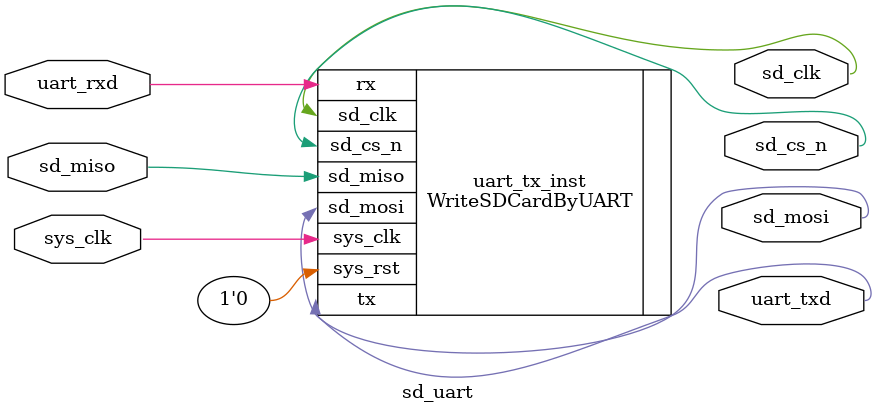
<source format=v>

module  sd_uart
(
    input   wire            sys_clk     ,   //ÊäÈë¹¤×÷Ê±ÖÓ,ÆµÂÊ50MHz
    input   wire            uart_rxd          ,   //´®¿Ú·¢???Êý???
    input   wire            sd_miso     ,   //Ö÷ÊäÈë´ÓÊä³öÐÅºÅ

    output  wire            sd_clk      ,   //SD¿¨Ê±ÖÓÐÅ???
    output  wire            sd_cs_n     ,   //Æ¬???ÐÅ???
    output  wire            sd_mosi     ,   //Ö÷Êä³ö´ÓÊäÈëÐÅºÅ
        output  wire            uart_txd              //´®¿Ú½ÓÊÕÊý¾Ý

);
WriteSDCardByUART uart_tx_inst
(
    .sys_clk     (sys_clk),   //ÊäÈë¹¤×÷Ê±ÖÓ,ÆµÂÊ50MHz
    .sys_rst   (1'b0),   //ÊäÈë¸´Î»ÐÅºÅ,µÍµçÆ½ÓÐ???
   .rx          (uart_rxd),   //´®¿Ú·¢???Êý???
    .sd_miso     (sd_miso),   //Ö÷ÊäÈë´ÓÊä³öÐÅºÅ

    .sd_clk      (sd_clk),   //SD¿¨Ê±ÖÓÐÅ???
    .sd_cs_n     (sd_cs_n),   //Æ¬???ÐÅ???
    .sd_mosi    (sd_mosi)   , //Ö÷Êä³ö´ÓÊäÈëÐÅºÅ
    .tx (uart_txd)
);

endmodule
</source>
